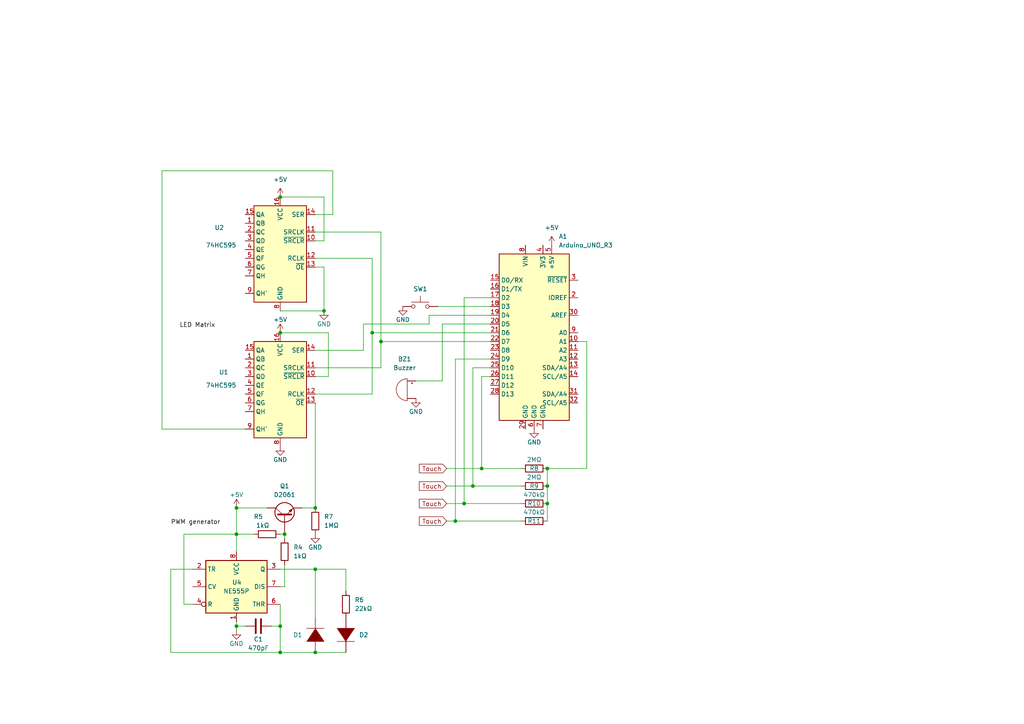
<source format=kicad_sch>
(kicad_sch (version 20211123) (generator eeschema)
  (paper "A4")
  (lib_symbols
    (symbol "74xx:74HC595"
      (property "Reference" "U" (at -7.62 13.97 0))
      (property "Value" "74HC595" (at -7.62 -16.51 0))
      (symbol "74HC595_1_0"
        (pin tri_state line (at 10.16 7.62 180) (length 2.54) (name "QB") (number "1"))
        (pin input line (at -10.16 2.54 0) (length 2.54) (name "~{SRCLR}") (number "10"))
        (pin input line (at -10.16 5.08 0) (length 2.54) (name "SRCLK") (number "11"))
        (pin input line (at -10.16 -2.54 0) (length 2.54) (name "RCLK") (number "12"))
        (pin input line (at -10.16 -5.08 0) (length 2.54) (name "~{OE}") (number "13"))
        (pin input line (at -10.16 10.16 0) (length 2.54) (name "SER") (number "14"))
        (pin tri_state line (at 10.16 10.16 180) (length 2.54) (name "QA") (number "15"))
        (pin power_in line (at 0 15.24 270) (length 2.54) (name "VCC") (number "16"))
        (pin tri_state line (at 10.16 5.08 180) (length 2.54) (name "QC") (number "2"))
        (pin tri_state line (at 10.16 2.54 180) (length 2.54) (name "QD") (number "3"))
        (pin tri_state line (at 10.16 0 180) (length 2.54) (name "QE") (number "4"))
        (pin tri_state line (at 10.16 -2.54 180) (length 2.54) (name "QF") (number "5"))
        (pin tri_state line (at 10.16 -5.08 180) (length 2.54) (name "QG") (number "6"))
        (pin tri_state line (at 10.16 -7.62 180) (length 2.54) (name "QH") (number "7"))
        (pin power_in line (at 0 -17.78 90) (length 2.54) (name "GND") (number "8"))
        (pin output line (at 10.16 -12.7 180) (length 2.54) (name "QH'") (number "9"))
      )
      (symbol "74HC595_1_1"
        (rectangle (start -7.62 12.7) (end 7.62 -15.24) (stroke (width 0.254)) (fill (type background)))
      )
    )
    (symbol "DIODE_1" (pin_numbers hide) (pin_names (offset 1.016) hide)
      (property "Reference" "D" (at 0 3.81 0))
      (property "Value" "DIODE_1" (at 0 -4.445 0))
      (symbol "DIODE_1_0_1"
        (polyline (pts (xy 1.905 2.54) (xy 1.905 -2.54)))
        (polyline (pts (xy -1.905 2.54) (xy -1.905 -2.54) (xy 1.905 0)) (fill (type outline)))
      )
      (symbol "DIODE_1_1_1"
        (pin input line (at -5.08 0 0) (length 3.81) (name "K") (number "1"))
        (pin input line (at 5.08 0 180) (length 3.81) (name "A") (number "2"))
      )
    )
    (symbol "Device:Buzzer" (pin_numbers hide) (pin_names (offset 0.0254) hide)
      (property "Reference" "BZ" (at 3.81 1.27 0))
      (property "Value" "Buzzer" (at 3.81 -1.27 0))
      (symbol "Buzzer_0_1"
        (arc (start 0 -3.175) (mid 3.175 0) (end 0 3.175))
        (polyline (pts (xy -1.651 1.905) (xy -1.143 1.905)))
        (polyline (pts (xy -1.397 2.159) (xy -1.397 1.651)))
        (polyline (pts (xy 0 3.175) (xy 0 -3.175)))
      )
      (symbol "Buzzer_1_1"
        (pin passive line (at -2.54 2.54 0) (length 2.54) (name "-") (number "1"))
        (pin passive line (at -2.54 -2.54 0) (length 2.54) (name "+") (number "2"))
      )
    )
    (symbol "Device:C" (pin_numbers hide) (pin_names (offset 0.254))
      (property "Reference" "C" (at 0.635 2.54 0))
      (property "Value" "C" (at 0.635 -2.54 0))
      (symbol "C_0_1"
        (polyline (pts (xy -2.032 -0.762) (xy 2.032 -0.762)) (stroke (width 0.508)))
        (polyline (pts (xy -2.032 0.762) (xy 2.032 0.762)) (stroke (width 0.508)))
      )
      (symbol "C_1_1"
        (pin passive line (at 0 3.81 270) (length 2.794) (name "~") (number "1"))
        (pin passive line (at 0 -3.81 90) (length 2.794) (name "~") (number "2"))
      )
    )
    (symbol "Device:Q_NPN_BCE" (pin_numbers hide) (pin_names (offset 0) hide)
      (property "Reference" "Q" (at 5.08 1.27 0))
      (property "Value" "Q_NPN_BCE" (at 5.08 -1.27 0))
      (symbol "Q_NPN_BCE_0_1"
        (polyline (pts (xy 0.635 0.635) (xy 2.54 2.54)))
        (polyline (pts (xy 0.635 -0.635) (xy 2.54 -2.54) (xy 2.54 -2.54)))
        (polyline (pts (xy 0.635 1.905) (xy 0.635 -1.905) (xy 0.635 -1.905)) (stroke (width 0.508)))
        (polyline (pts (xy 1.27 -1.778) (xy 1.778 -1.27) (xy 2.286 -2.286) (xy 1.27 -1.778) (xy 1.27 -1.778)) (fill (type outline)))
        (circle (center 1.27 0) (radius 2.8194) (stroke (width 0.254)))
      )
      (symbol "Q_NPN_BCE_1_1"
        (pin input line (at -5.08 0 0) (length 5.715) (name "B") (number "1"))
        (pin passive line (at 2.54 5.08 270) (length 2.54) (name "C") (number "2"))
        (pin passive line (at 2.54 -5.08 90) (length 2.54) (name "E") (number "3"))
      )
    )
    (symbol "Device:R" (pin_numbers hide) (pin_names (offset 0))
      (property "Reference" "R" (at 2.032 0 90))
      (property "Value" "R" (at 0 0 90))
      (symbol "R_0_1"
        (rectangle (start -1.016 -2.54) (end 1.016 2.54) (stroke (width 0.254)))
      )
      (symbol "R_1_1"
        (pin passive line (at 0 3.81 270) (length 1.27) (name "~") (number "1"))
        (pin passive line (at 0 -3.81 90) (length 1.27) (name "~") (number "2"))
      )
    )
    (symbol "MCU_Module:Arduino_UNO_R3"
      (property "Reference" "A" (at -10.16 23.495 0))
      (property "Value" "Arduino_UNO_R3" (at 5.08 -26.67 0))
      (symbol "Arduino_UNO_R3_0_1"
        (rectangle (start -10.16 22.86) (end 10.16 -25.4) (stroke (width 0.254)) (fill (type background)))
      )
      (symbol "Arduino_UNO_R3_1_1"
        (pin no_connect line (at -10.16 -20.32 0) (length 2.54) hide (name "NC") (number "1"))
        (pin bidirectional line (at 12.7 -2.54 180) (length 2.54) (name "A1") (number "10"))
        (pin bidirectional line (at 12.7 -5.08 180) (length 2.54) (name "A2") (number "11"))
        (pin bidirectional line (at 12.7 -7.62 180) (length 2.54) (name "A3") (number "12"))
        (pin bidirectional line (at 12.7 -10.16 180) (length 2.54) (name "SDA/A4") (number "13"))
        (pin bidirectional line (at 12.7 -12.7 180) (length 2.54) (name "SCL/A5") (number "14"))
        (pin bidirectional line (at -12.7 15.24 0) (length 2.54) (name "D0/RX") (number "15"))
        (pin bidirectional line (at -12.7 12.7 0) (length 2.54) (name "D1/TX") (number "16"))
        (pin bidirectional line (at -12.7 10.16 0) (length 2.54) (name "D2") (number "17"))
        (pin bidirectional line (at -12.7 7.62 0) (length 2.54) (name "D3") (number "18"))
        (pin bidirectional line (at -12.7 5.08 0) (length 2.54) (name "D4") (number "19"))
        (pin output line (at 12.7 10.16 180) (length 2.54) (name "IOREF") (number "2"))
        (pin bidirectional line (at -12.7 2.54 0) (length 2.54) (name "D5") (number "20"))
        (pin bidirectional line (at -12.7 0 0) (length 2.54) (name "D6") (number "21"))
        (pin bidirectional line (at -12.7 -2.54 0) (length 2.54) (name "D7") (number "22"))
        (pin bidirectional line (at -12.7 -5.08 0) (length 2.54) (name "D8") (number "23"))
        (pin bidirectional line (at -12.7 -7.62 0) (length 2.54) (name "D9") (number "24"))
        (pin bidirectional line (at -12.7 -10.16 0) (length 2.54) (name "D10") (number "25"))
        (pin bidirectional line (at -12.7 -12.7 0) (length 2.54) (name "D11") (number "26"))
        (pin bidirectional line (at -12.7 -15.24 0) (length 2.54) (name "D12") (number "27"))
        (pin bidirectional line (at -12.7 -17.78 0) (length 2.54) (name "D13") (number "28"))
        (pin power_in line (at -2.54 -27.94 90) (length 2.54) (name "GND") (number "29"))
        (pin input line (at 12.7 15.24 180) (length 2.54) (name "~{RESET}") (number "3"))
        (pin input line (at 12.7 5.08 180) (length 2.54) (name "AREF") (number "30"))
        (pin bidirectional line (at 12.7 -17.78 180) (length 2.54) (name "SDA/A4") (number "31"))
        (pin bidirectional line (at 12.7 -20.32 180) (length 2.54) (name "SCL/A5") (number "32"))
        (pin power_out line (at 2.54 25.4 270) (length 2.54) (name "3V3") (number "4"))
        (pin power_out line (at 5.08 25.4 270) (length 2.54) (name "+5V") (number "5"))
        (pin power_in line (at 0 -27.94 90) (length 2.54) (name "GND") (number "6"))
        (pin power_in line (at 2.54 -27.94 90) (length 2.54) (name "GND") (number "7"))
        (pin power_in line (at -2.54 25.4 270) (length 2.54) (name "VIN") (number "8"))
        (pin bidirectional line (at 12.7 0 180) (length 2.54) (name "A0") (number "9"))
      )
    )
    (symbol "Switch:SW_Push" (pin_numbers hide) (pin_names (offset 1.016) hide)
      (property "Reference" "SW" (at 1.27 2.54 0))
      (property "Value" "SW_Push" (at 0 -1.524 0))
      (symbol "SW_Push_0_1"
        (circle (center -2.032 0) (radius 0.508))
        (polyline (pts (xy 0 1.27) (xy 0 3.048)))
        (polyline (pts (xy 2.54 1.27) (xy -2.54 1.27)))
        (circle (center 2.032 0) (radius 0.508))
        (pin passive line (at -5.08 0 0) (length 2.54) (name "1") (number "1"))
        (pin passive line (at 5.08 0 180) (length 2.54) (name "2") (number "2"))
      )
    )
    (symbol "Timer:NE555P"
      (property "Reference" "U" (at -10.16 8.89 0))
      (property "Value" "NE555P" (at 2.54 8.89 0))
      (symbol "NE555P_0_0"
        (pin power_in line (at 0 -10.16 90) (length 2.54) (name "GND") (number "1"))
        (pin power_in line (at 0 10.16 270) (length 2.54) (name "VCC") (number "8"))
      )
      (symbol "NE555P_0_1"
        (rectangle (start -8.89 -7.62) (end 8.89 7.62) (stroke (width 0.254)) (fill (type background)))
        (rectangle (start -8.89 -7.62) (end 8.89 7.62) (stroke (width 0.254)) (fill (type background)))
      )
      (symbol "NE555P_1_1"
        (pin input line (at -12.7 5.08 0) (length 3.81) (name "TR") (number "2"))
        (pin output line (at 12.7 5.08 180) (length 3.81) (name "Q") (number "3"))
        (pin input inverted (at -12.7 -5.08 0) (length 3.81) (name "R") (number "4"))
        (pin input line (at -12.7 0 0) (length 3.81) (name "CV") (number "5"))
        (pin input line (at 12.7 -5.08 180) (length 3.81) (name "THR") (number "6"))
        (pin input line (at 12.7 0 180) (length 3.81) (name "DIS") (number "7"))
      )
    )
    (symbol "power:+5V" (power) (pin_names (offset 0))
      (property "Value" "+5V" (at 0 3.556 0))
      (symbol "+5V_0_1"
        (polyline (pts (xy -0.762 1.27) (xy 0 2.54)))
        (polyline (pts (xy 0 0) (xy 0 2.54)))
        (polyline (pts (xy 0 2.54) (xy 0.762 1.27)))
      )
      (symbol "+5V_1_1"
        (pin power_in line (at 0 0 90) (length 0) hide (name "+5V") (number "1"))
      )
    )
    (symbol "power:GND" (power) (pin_names (offset 0))
      (property "Value" "GND" (at 0 -3.81 0))
      (symbol "GND_0_1"
        (polyline (pts (xy 0 0) (xy 0 -1.27) (xy 1.27 -1.27) (xy 0 -2.54) (xy -1.27 -1.27) (xy 0 -1.27)))
      )
      (symbol "GND_1_1"
        (pin power_in line (at 0 0 270) (length 0) hide (name "GND") (number "1"))
      )
    )
    (symbol "pspice:DIODE" (pin_numbers hide) (pin_names (offset 1.016) hide)
      (property "Reference" "D" (at 0 3.81 0))
      (property "Value" "DIODE" (at 0 -4.445 0))
      (symbol "DIODE_0_1"
        (polyline (pts (xy 1.905 2.54) (xy 1.905 -2.54)))
        (polyline (pts (xy -1.905 2.54) (xy -1.905 -2.54) (xy 1.905 0)) (fill (type outline)))
      )
      (symbol "DIODE_1_1"
        (pin input line (at -5.08 0 0) (length 3.81) (name "K") (number "1"))
        (pin input line (at 5.08 0 180) (length 3.81) (name "A") (number "2"))
      )
    )
  )
  (junction (at 68.58 154.94))
  (junction (at 81.28 57.15))
  (junction (at 107.95 96.52))
  (junction (at 132.08 151.13))
  (junction (at 158.75 135.89))
  (junction (at 93.98 90.17))
  (junction (at 158.75 140.97))
  (junction (at 81.28 189.23))
  (junction (at 91.44 165.1))
  (junction (at 82.55 154.94))
  (junction (at 81.28 96.52))
  (junction (at 137.16 140.97))
  (junction (at 158.75 146.05))
  (junction (at 91.44 189.23))
  (junction (at 139.7 135.89))
  (junction (at 110.49 99.06))
  (junction (at 134.62 146.05))
  (junction (at 81.28 181.61))
  (junction (at 68.58 181.61))
  (junction (at 91.44 147.32))
  (junction (at 68.58 147.32))
  (wire (pts (xy 91.44 147.32) (xy 87.63 147.32)))
  (wire (pts (xy 142.24 104.14) (xy 132.08 104.14)))
  (wire (pts (xy 170.18 99.06) (xy 170.18 135.89)))
  (wire (pts (xy 137.16 106.68) (xy 137.16 140.97)))
  (wire (pts (xy 68.58 147.32) (xy 77.47 147.32)))
  (wire (pts (xy 55.88 175.26) (xy 53.34 175.26)))
  (wire (pts (xy 120.65 110.49) (xy 128.27 110.49)))
  (wire (pts (xy 93.98 69.85) (xy 93.98 57.15)))
  (wire (pts (xy 81.28 189.23) (xy 91.44 189.23)))
  (wire (pts (xy 81.28 189.23) (xy 81.28 181.61)))
  (wire (pts (xy 95.25 109.22) (xy 95.25 96.52)))
  (wire (pts (xy 107.95 74.93) (xy 107.95 96.52)))
  (wire (pts (xy 142.24 93.98) (xy 128.27 93.98)))
  (wire (pts (xy 158.75 140.97) (xy 158.75 146.05)))
  (wire (pts (xy 128.27 110.49) (xy 128.27 93.98)))
  (wire (pts (xy 139.7 109.22) (xy 139.7 135.89)))
  (wire (pts (xy 142.24 109.22) (xy 139.7 109.22)))
  (wire (pts (xy 91.44 109.22) (xy 95.25 109.22)))
  (wire (pts (xy 167.64 99.06) (xy 170.18 99.06)))
  (wire (pts (xy 91.44 165.1) (xy 91.44 179.07)))
  (wire (pts (xy 68.58 181.61) (xy 68.58 180.34)))
  (wire (pts (xy 110.49 67.31) (xy 110.49 99.06)))
  (wire (pts (xy 81.28 170.18) (xy 82.55 170.18)))
  (wire (pts (xy 91.44 114.3) (xy 107.95 114.3)))
  (wire (pts (xy 93.98 77.47) (xy 93.98 90.17)))
  (wire (pts (xy 110.49 99.06) (xy 142.24 99.06)))
  (wire (pts (xy 142.24 91.44) (xy 124.46 91.44)))
  (wire (pts (xy 137.16 106.68) (xy 142.24 106.68)))
  (wire (pts (xy 124.46 91.44) (xy 124.46 93.98)))
  (wire (pts (xy 129.54 140.97) (xy 137.16 140.97)))
  (wire (pts (xy 78.74 181.61) (xy 81.28 181.61)))
  (wire (pts (xy 91.44 67.31) (xy 110.49 67.31)))
  (wire (pts (xy 137.16 140.97) (xy 151.13 140.97)))
  (wire (pts (xy 68.58 154.94) (xy 68.58 160.02)))
  (wire (pts (xy 129.54 146.05) (xy 134.62 146.05)))
  (wire (pts (xy 129.54 151.13) (xy 132.08 151.13)))
  (wire (pts (xy 158.75 135.89) (xy 158.75 140.97)))
  (wire (pts (xy 100.33 171.45) (xy 100.33 165.1)))
  (wire (pts (xy 139.7 135.89) (xy 151.13 135.89)))
  (wire (pts (xy 132.08 151.13) (xy 151.13 151.13)))
  (wire (pts (xy 91.44 77.47) (xy 93.98 77.47)))
  (wire (pts (xy 91.44 101.6) (xy 105.41 101.6)))
  (wire (pts (xy 110.49 106.68) (xy 110.49 99.06)))
  (wire (pts (xy 134.62 146.05) (xy 151.13 146.05)))
  (wire (pts (xy 49.53 165.1) (xy 49.53 189.23)))
  (wire (pts (xy 142.24 86.36) (xy 134.62 86.36)))
  (wire (pts (xy 107.95 114.3) (xy 107.95 96.52)))
  (wire (pts (xy 68.58 181.61) (xy 71.12 181.61)))
  (wire (pts (xy 134.62 86.36) (xy 134.62 146.05)))
  (wire (pts (xy 95.25 96.52) (xy 81.28 96.52)))
  (wire (pts (xy 124.46 93.98) (xy 105.41 93.98)))
  (wire (pts (xy 91.44 74.93) (xy 107.95 74.93)))
  (wire (pts (xy 68.58 147.32) (xy 68.58 154.94)))
  (wire (pts (xy 46.99 124.46) (xy 71.12 124.46)))
  (wire (pts (xy 96.52 49.53) (xy 46.99 49.53)))
  (wire (pts (xy 82.55 156.21) (xy 82.55 154.94)))
  (wire (pts (xy 127 88.9) (xy 142.24 88.9)))
  (wire (pts (xy 91.44 62.23) (xy 96.52 62.23)))
  (wire (pts (xy 81.28 165.1) (xy 91.44 165.1)))
  (wire (pts (xy 68.58 182.88) (xy 68.58 181.61)))
  (wire (pts (xy 53.34 154.94) (xy 68.58 154.94)))
  (wire (pts (xy 93.98 57.15) (xy 81.28 57.15)))
  (wire (pts (xy 107.95 96.52) (xy 142.24 96.52)))
  (wire (pts (xy 91.44 165.1) (xy 100.33 165.1)))
  (wire (pts (xy 68.58 154.94) (xy 73.66 154.94)))
  (wire (pts (xy 170.18 135.89) (xy 158.75 135.89)))
  (wire (pts (xy 91.44 189.23) (xy 100.33 189.23)))
  (wire (pts (xy 129.54 135.89) (xy 139.7 135.89)))
  (wire (pts (xy 49.53 189.23) (xy 81.28 189.23)))
  (wire (pts (xy 91.44 116.84) (xy 91.44 147.32)))
  (wire (pts (xy 81.28 154.94) (xy 82.55 154.94)))
  (wire (pts (xy 46.99 49.53) (xy 46.99 124.46)))
  (wire (pts (xy 158.75 146.05) (xy 158.75 151.13)))
  (wire (pts (xy 132.08 104.14) (xy 132.08 151.13)))
  (wire (pts (xy 82.55 170.18) (xy 82.55 163.83)))
  (wire (pts (xy 81.28 181.61) (xy 81.28 175.26)))
  (wire (pts (xy 91.44 69.85) (xy 93.98 69.85)))
  (wire (pts (xy 55.88 165.1) (xy 49.53 165.1)))
  (wire (pts (xy 93.98 90.17) (xy 81.28 90.17)))
  (wire (pts (xy 96.52 62.23) (xy 96.52 49.53)))
  (wire (pts (xy 105.41 101.6) (xy 105.41 93.98)))
  (wire (pts (xy 91.44 106.68) (xy 110.49 106.68)))
  (wire (pts (xy 53.34 175.26) (xy 53.34 154.94)))
  (label "LED Matrix" (at 52.07 95.25 0))
  (label "PWM generator" (at 49.53 152.4 0))
  (global_label "Touch" (shape input) (at 129.54 146.05 180) (property "Références Inter-Feuilles" "${INTERSHEET_REFS}" (effects hide)))
  (global_label "Touch" (shape input) (at 129.54 140.97 180) (property "Références Inter-Feuilles" "${INTERSHEET_REFS}" (effects hide)))
  (global_label "Touch" (shape input) (at 129.54 151.13 180) (property "Références Inter-Feuilles" "${INTERSHEET_REFS}" (effects hide)))
  (global_label "Touch" (shape input) (at 129.54 135.89 180) (property "Références Inter-Feuilles" "${INTERSHEET_REFS}" (effects hide)))
  (symbol (lib_id "power:GND") (at 91.44 154.94 0) (unit 1)
    (property "Reference" "#PWR?" (effects hide))
    (property "Value" "GND" (at 91.44 158.75 0))
  )
  (symbol (lib_id "Device:R") (at 154.94 146.05 90) (unit 1)
    (property "Reference" "R10" (at 154.94 146.05 90))
    (property "Value" "470kΩ" (at 154.94 143.51 90))
  )
  (symbol (lib_id "Device:R") (at 154.94 140.97 90) (unit 1)
    (property "Reference" "R9" (at 154.94 140.97 90))
    (property "Value" "2MΩ" (at 154.94 138.43 90))
  )
  (symbol (lib_id "power:+5V") (at 160.02 71.12 0) (unit 1)
    (property "Reference" "#PWR?" (effects hide))
    (property "Value" "+5V" (at 160.02 66.04 0))
  )
  (symbol (lib_id "Device:Buzzer") (at 118.11 113.03 0) (mirror y) (unit 1)
    (property "Reference" "BZ1" (at 117.348 104.14 0))
    (property "Value" "Buzzer" (at 117.348 106.68 0))
  )
  (symbol (lib_id "Device:R") (at 82.55 160.02 180) (unit 1)
    (property "Reference" "R4" (at 85.09 158.7499 0) (effects (justify right)))
    (property "Value" "1kΩ" (at 85.09 161.2899 0) (effects (justify right)))
  )
  (symbol (lib_id "MCU_Module:Arduino_UNO_R3") (at 154.94 96.52 0) (unit 1)
    (property "Reference" "A1" (at 162.0394 68.58 0) (effects (justify left)))
    (property "Value" "Arduino_UNO_R3" (at 162.0394 71.12 0) (effects (justify left)))
    (property "Footprint" "Module:Arduino_UNO_R3" (effects hide))
    (property "Datasheet" "https://www.arduino.cc/en/Main/arduinoBoardUno" (effects hide))
  )
  (symbol (lib_id "Device:R") (at 100.33 175.26 180) (unit 1)
    (property "Reference" "R6" (at 102.87 173.9899 0) (effects (justify right)))
    (property "Value" "22kΩ" (at 102.87 176.5299 0) (effects (justify right)))
  )
  (symbol (lib_id "pspice:DIODE") (at 100.33 184.15 270) (unit 1)
    (property "Reference" "D2" (at 104.14 184.1499 90) (effects (justify left)))
    (property "Value" "DIODE" (effects hide))
  )
  (symbol (lib_id "Device:R") (at 91.44 151.13 180) (unit 1)
    (property "Reference" "R7" (at 93.98 149.8599 0) (effects (justify right)))
    (property "Value" "1MΩ" (at 93.98 152.3999 0) (effects (justify right)))
  )
  (symbol (lib_id "Device:R") (at 154.94 135.89 90) (unit 1)
    (property "Reference" "R8" (at 154.94 135.89 90))
    (property "Value" "2MΩ" (at 154.94 133.35 90))
  )
  (symbol (lib_id "Device:R") (at 154.94 151.13 90) (unit 1)
    (property "Reference" "R11" (at 154.94 151.13 90))
    (property "Value" "470kΩ" (at 154.94 148.59 90))
  )
  (symbol (lib_id "power:GND") (at 81.28 129.54 0) (unit 1)
    (property "Reference" "#PWR?" (effects hide))
    (property "Value" "GND" (at 81.28 133.35 0))
  )
  (symbol (lib_id "power:GND") (at 116.84 88.9 0) (unit 1)
    (property "Reference" "#PWR?" (effects hide))
    (property "Value" "GND" (at 116.84 92.71 0))
  )
  (symbol (lib_id "74xx:74HC595") (at 81.28 72.39 0) (mirror y) (unit 1)
    (property "Reference" "U2" (at 62.23 66.04 0) (effects (justify right)))
    (property "Value" "74HC595" (at 59.69 71.12 0) (effects (justify right)))
    (property "Datasheet" "http://www.ti.com/lit/ds/symlink/sn74hc595.pdf" (effects hide))
  )
  (symbol (lib_id "power:GND") (at 120.65 115.57 0) (unit 1)
    (property "Reference" "#PWR?" (effects hide))
    (property "Value" "GND" (at 120.65 119.38 0))
  )
  (symbol (lib_id "power:+5V") (at 68.58 147.32 0) (unit 1)
    (property "Reference" "#PWR?" (effects hide))
    (property "Value" "+5V" (at 68.58 143.51 0))
  )
  (symbol (lib_id "Timer:NE555P") (at 68.58 170.18 0) (unit 1)
    (property "Reference" "U4" (at 67.31 168.91 0) (effects (justify left)))
    (property "Value" "NE555P" (at 64.77 171.45 0) (effects (justify left)))
    (property "Footprint" "Package_DIP:DIP-8_W7.62mm" (effects hide))
    (property "Datasheet" "http://www.ti.com/lit/ds/symlink/ne555.pdf" (effects hide))
  )
  (symbol (lib_id "Device:R") (at 77.47 154.94 270) (unit 1)
    (property "Reference" "R5" (at 74.93 149.86 90))
    (property "Value" "1kΩ" (at 76.2 152.4 90))
  )
  (symbol (lib_id "Switch:SW_Push") (at 121.92 88.9 0) (unit 1)
    (property "Reference" "SW1" (at 121.92 83.82 0))
    (property "Value" "SW_Push" (effects hide))
  )
  (symbol (lib_id "Device:C") (at 74.93 181.61 90) (unit 1)
    (property "Reference" "C1" (at 74.93 185.42 90))
    (property "Value" "470pF" (at 74.93 187.96 90))
  )
  (symbol (lib_id "power:GND") (at 68.58 182.88 0) (unit 1)
    (property "Reference" "#PWR?" (effects hide))
    (property "Value" "GND" (at 68.58 186.69 0))
  )
  (symbol (lib_id "power:+5V") (at 81.28 57.15 0) (unit 1)
    (property "Reference" "#PWR?" (effects hide))
    (property "Value" "+5V" (at 81.28 52.07 0))
  )
  (symbol (lib_name "DIODE_1") (lib_id "pspice:DIODE") (at 91.44 184.15 90) (unit 1)
    (property "Reference" "D1" (at 86.36 184.15 90))
    (property "Value" "DIODE" (effects hide))
  )
  (symbol (lib_id "power:GND") (at 93.98 90.17 0) (unit 1)
    (property "Reference" "#PWR?" (effects hide))
    (property "Value" "GND" (at 93.98 93.98 0))
  )
  (symbol (lib_id "74xx:74HC595") (at 81.28 111.76 0) (mirror y) (unit 1)
    (property "Reference" "U1" (at 63.5 107.95 0) (effects (justify right)))
    (property "Value" "74HC595" (at 59.69 111.76 0) (effects (justify right)))
    (property "Datasheet" "http://www.ti.com/lit/ds/symlink/sn74hc595.pdf" (effects hide))
  )
  (symbol (lib_id "power:+5V") (at 81.28 96.52 0) (unit 1)
    (property "Reference" "#PWR?" (effects hide))
    (property "Value" "+5V" (at 81.28 92.71 0))
  )
  (symbol (lib_id "power:GND") (at 154.94 124.46 0) (unit 1)
    (property "Reference" "#PWR?" (effects hide))
    (property "Value" "GND" (at 154.94 128.27 0))
  )
  (symbol (lib_id "Device:Q_NPN_BCE") (at 82.55 149.86 90) (unit 1)
    (property "Reference" "Q1" (at 82.55 140.97 90))
    (property "Value" "D2061" (at 82.55 143.51 90))
  )
)
</source>
